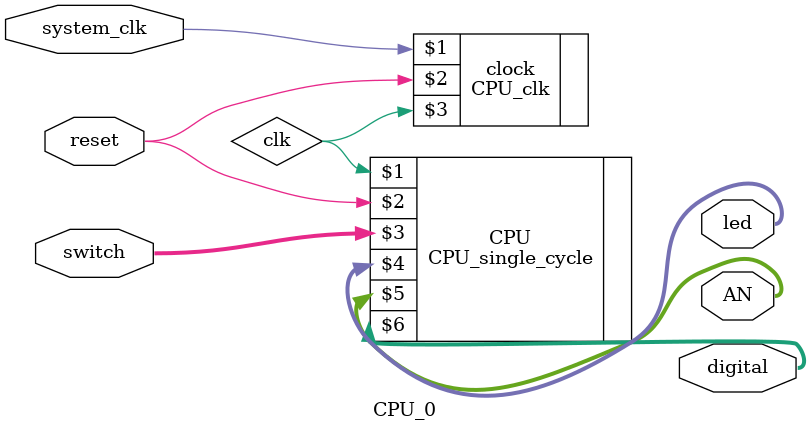
<source format=v>
module CPU_0(system_clk,reset,switch,led,AN,digital);
  input system_clk,reset;
  input[7:0] switch;
  output[7:0] led,digital;
  output[3:0] AN;
  wire clk;
  CPU_clk clock(system_clk,reset,clk);
  CPU_single_cycle CPU(clk,reset,switch,led,AN,digital);
endmodule
</source>
